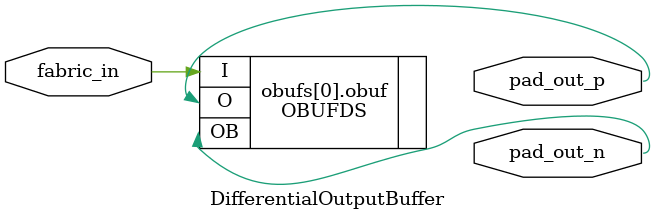
<source format=v>
`timescale 1ns / 1ps
/***********************************************************************************************************************
*                                                                                                                      *
* ANTIKERNEL v0.1                                                                                                      *
*                                                                                                                      *
* Copyright (c) 2012-2018 Andrew D. Zonenberg                                                                          *
* All rights reserved.                                                                                                 *
*                                                                                                                      *
* Redistribution and use in source and binary forms, with or without modification, are permitted provided that the     *
* following conditions are met:                                                                                        *
*                                                                                                                      *
*    * Redistributions of source code must retain the above copyright notice, this list of conditions, and the         *
*      following disclaimer.                                                                                           *
*                                                                                                                      *
*    * Redistributions in binary form must reproduce the above copyright notice, this list of conditions and the       *
*      following disclaimer in the documentation and/or other materials provided with the distribution.                *
*                                                                                                                      *
*    * Neither the name of the author nor the names of any contributors may be used to endorse or promote products     *
*      derived from this software without specific prior written permission.                                           *
*                                                                                                                      *
* THIS SOFTWARE IS PROVIDED BY THE AUTHORS "AS IS" AND ANY EXPRESS OR IMPLIED WARRANTIES, INCLUDING, BUT NOT LIMITED   *
* TO, THE IMPLIED WARRANTIES OF MERCHANTABILITY AND FITNESS FOR A PARTICULAR PURPOSE ARE DISCLAIMED. IN NO EVENT SHALL *
* THE AUTHORS BE HELD LIABLE FOR ANY DIRECT, INDIRECT, INCIDENTAL, SPECIAL, EXEMPLARY, OR CONSEQUENTIAL DAMAGES        *
* (INCLUDING, BUT NOT LIMITED TO, PROCUREMENT OF SUBSTITUTE GOODS OR SERVICES; LOSS OF USE, DATA, OR PROFITS; OR       *
* BUSINESS INTERRUPTION) HOWEVER CAUSED AND ON ANY THEORY OF LIABILITY, WHETHER IN CONTRACT, STRICT LIABILITY, OR TORT *
* (INCLUDING NEGLIGENCE OR OTHERWISE) ARISING IN ANY WAY OUT OF THE USE OF THIS SOFTWARE, EVEN IF ADVISED OF THE       *
* POSSIBILITY OF SUCH DAMAGE.                                                                                          *
*                                                                                                                      *
***********************************************************************************************************************/

/**
	@file
	@author Andrew D. Zonenberg
	@brief Ganged collection of differential output buffers for a parallel output bus
 */
module DifferentialOutputBuffer #(
	parameter WIDTH 		= 1,
	parameter IOSTANDARD 	= "LVDS",
	parameter SLEW			= "FAST"				//"SLOW" or "FAST"
)(
	output wire[WIDTH-1:0]	pad_out_p,
	output wire[WIDTH-1:0]	pad_out_n,
	input wire[WIDTH-1:0]	fabric_in
);

	////////////////////////////////////////////////////////////////////////////////////////////////
	// The buffer array
	
	genvar g;
	for(g=0; g<WIDTH; g=g+1) begin : obufs
	
		OBUFDS #(
			.IOSTANDARD(IOSTANDARD),
			.SLEW(SLEW)
		) obuf (
			.O(pad_out_p[g]),
			.OB(pad_out_n[g]),
			.I(fabric_in[g])
		);
		
	end

endmodule

</source>
